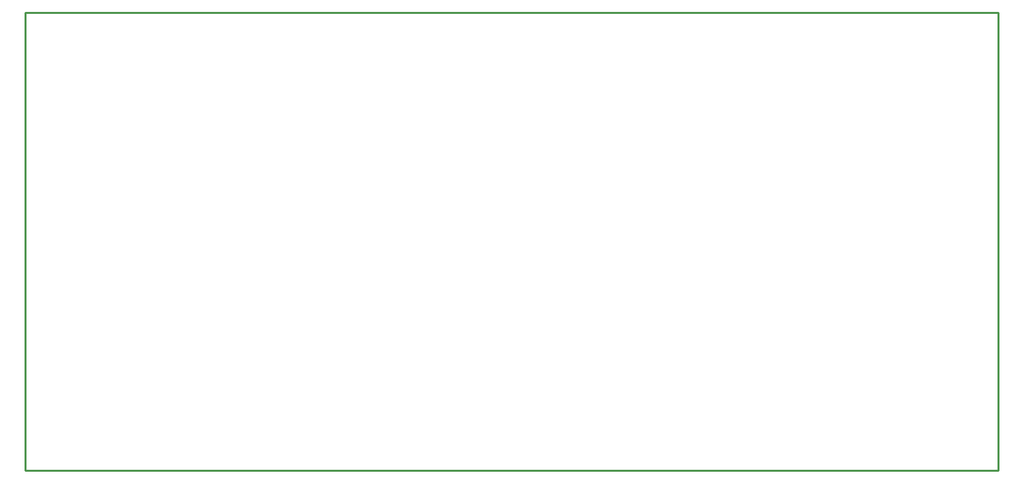
<source format=gko>
G04*
G04 #@! TF.GenerationSoftware,Altium Limited,Altium Designer,19.1.8 (144)*
G04*
G04 Layer_Color=16711935*
%FSLAX25Y25*%
%MOIN*%
G70*
G01*
G75*
%ADD10C,0.01000*%
D10*
X900Y600D02*
X490300D01*
X490300Y231300D02*
X490300Y600D01*
X900Y231300D02*
X490300D01*
X900D02*
X900Y600D01*
M02*

</source>
